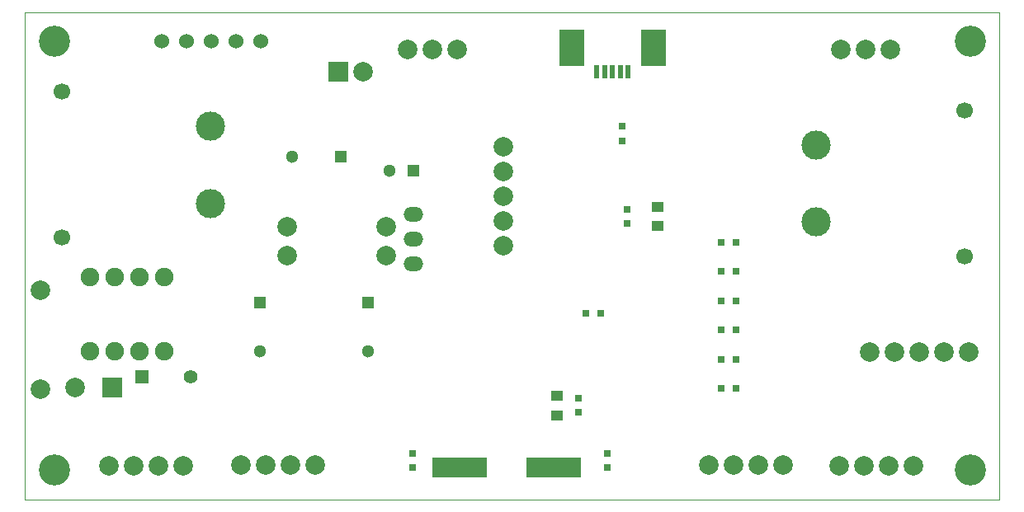
<source format=gts>
G04 #@! TF.FileFunction,Soldermask,Top*
%FSLAX46Y46*%
G04 Gerber Fmt 4.6, Leading zero omitted, Abs format (unit mm)*
G04 Created by KiCad (PCBNEW (2015-07-11 BZR 5925, Git c291b88)-product) date 2015/07/28 4:08:13*
%MOMM*%
G01*
G04 APERTURE LIST*
%ADD10C,0.100000*%
%ADD11R,0.800000X0.750000*%
%ADD12R,1.400000X1.400000*%
%ADD13C,1.400000*%
%ADD14R,0.750000X0.800000*%
%ADD15R,1.250000X1.000000*%
%ADD16C,3.000000*%
%ADD17C,1.700000*%
%ADD18C,1.998980*%
%ADD19C,1.905000*%
%ADD20R,5.600700X2.100580*%
%ADD21C,2.000000*%
%ADD22O,2.000000X1.500000*%
%ADD23R,1.300000X1.300000*%
%ADD24C,1.300000*%
%ADD25R,1.998980X1.998980*%
%ADD26R,2.500000X3.800000*%
%ADD27R,0.500000X1.400000*%
%ADD28R,2.000000X2.000000*%
%ADD29C,1.524000*%
%ADD30R,0.797560X0.797560*%
%ADD31C,3.200000*%
G04 APERTURE END LIST*
D10*
X181000000Y-57600000D02*
X81000000Y-57600000D01*
X181000000Y-107600000D02*
X181000000Y-57600000D01*
X81000000Y-107600000D02*
X181000000Y-107600000D01*
X81000000Y-57600000D02*
X81000000Y-107600000D01*
D11*
X138550000Y-88500000D03*
X140050000Y-88500000D03*
D12*
X93000000Y-95000000D03*
D13*
X98000000Y-95000000D03*
D14*
X142300000Y-69300000D03*
X142300000Y-70800000D03*
D15*
X145900000Y-79550000D03*
X145900000Y-77550000D03*
D14*
X137800000Y-98700000D03*
X137800000Y-97200000D03*
X142800000Y-79300000D03*
X142800000Y-77800000D03*
D15*
X135600000Y-99000000D03*
X135600000Y-97000000D03*
D14*
X140750000Y-104350000D03*
X140750000Y-102850000D03*
X120800000Y-104350000D03*
X120800000Y-102850000D03*
D16*
X100000000Y-77200000D03*
X100000000Y-69280000D03*
D17*
X84800000Y-80740000D03*
X84800000Y-65740000D03*
D18*
X118080000Y-79600000D03*
X107920000Y-79600000D03*
X118080000Y-82600000D03*
X107920000Y-82600000D03*
X82600000Y-86120000D03*
X82600000Y-96280000D03*
D19*
X87690000Y-92410000D03*
X90230000Y-92410000D03*
X92770000Y-92410000D03*
X95310000Y-92410000D03*
X95310000Y-84790000D03*
X92770000Y-84790000D03*
X90230000Y-84790000D03*
X87690000Y-84790000D03*
D20*
X125601140Y-104350000D03*
X135298860Y-104350000D03*
D21*
X130100000Y-71370000D03*
X130100000Y-73910000D03*
X130100000Y-76450000D03*
X130100000Y-78990000D03*
X130100000Y-81530000D03*
X167720000Y-92500000D03*
X170260000Y-92500000D03*
X172800000Y-92500000D03*
X175340000Y-92500000D03*
X177880000Y-92500000D03*
D22*
X120900000Y-83440000D03*
X120900000Y-78360000D03*
X120900000Y-80900000D03*
D23*
X120900000Y-73850000D03*
D24*
X118400000Y-73850000D03*
D23*
X116200000Y-87400000D03*
D24*
X116200000Y-92400000D03*
D23*
X113400000Y-72400000D03*
D24*
X108400000Y-72400000D03*
D16*
X162200000Y-71200000D03*
X162200000Y-79120000D03*
D17*
X177400000Y-67660000D03*
X177400000Y-82660000D03*
D18*
X86190000Y-96100000D03*
D25*
X90000000Y-96100000D03*
D26*
X145500000Y-61250000D03*
X137100000Y-61250000D03*
D27*
X141300000Y-63650000D03*
X142100000Y-63650000D03*
X140500000Y-63650000D03*
X142900000Y-63650000D03*
X139700000Y-63650000D03*
D21*
X125340000Y-61400000D03*
X122800000Y-61400000D03*
X120260000Y-61400000D03*
X169840000Y-61400000D03*
X167300000Y-61400000D03*
X164760000Y-61400000D03*
X172212000Y-104140000D03*
X169672000Y-104140000D03*
X167132000Y-104140000D03*
X164592000Y-104140000D03*
X158810000Y-104100000D03*
X156270000Y-104100000D03*
X153730000Y-104100000D03*
X151190000Y-104100000D03*
X110810000Y-104100000D03*
X108270000Y-104100000D03*
X105730000Y-104100000D03*
X103190000Y-104100000D03*
X97282000Y-104140000D03*
X94742000Y-104140000D03*
X92202000Y-104140000D03*
X89662000Y-104140000D03*
D28*
X113200000Y-63700000D03*
D21*
X115740000Y-63700000D03*
D23*
X105100000Y-87400000D03*
D24*
X105100000Y-92400000D03*
D29*
X97560000Y-60600000D03*
X100100000Y-60600000D03*
X102640000Y-60600000D03*
X95020000Y-60600000D03*
X105180000Y-60600000D03*
D30*
X152450700Y-87200000D03*
X153949300Y-87200000D03*
X152450700Y-90200000D03*
X153949300Y-90200000D03*
X152450700Y-93200000D03*
X153949300Y-93200000D03*
X152450700Y-96200000D03*
X153949300Y-96200000D03*
D31*
X178000000Y-60600000D03*
X84000000Y-60600000D03*
X84000000Y-104600000D03*
X178000000Y-104600000D03*
D30*
X152450700Y-84200000D03*
X153949300Y-84200000D03*
X152450700Y-81200000D03*
X153949300Y-81200000D03*
M02*

</source>
